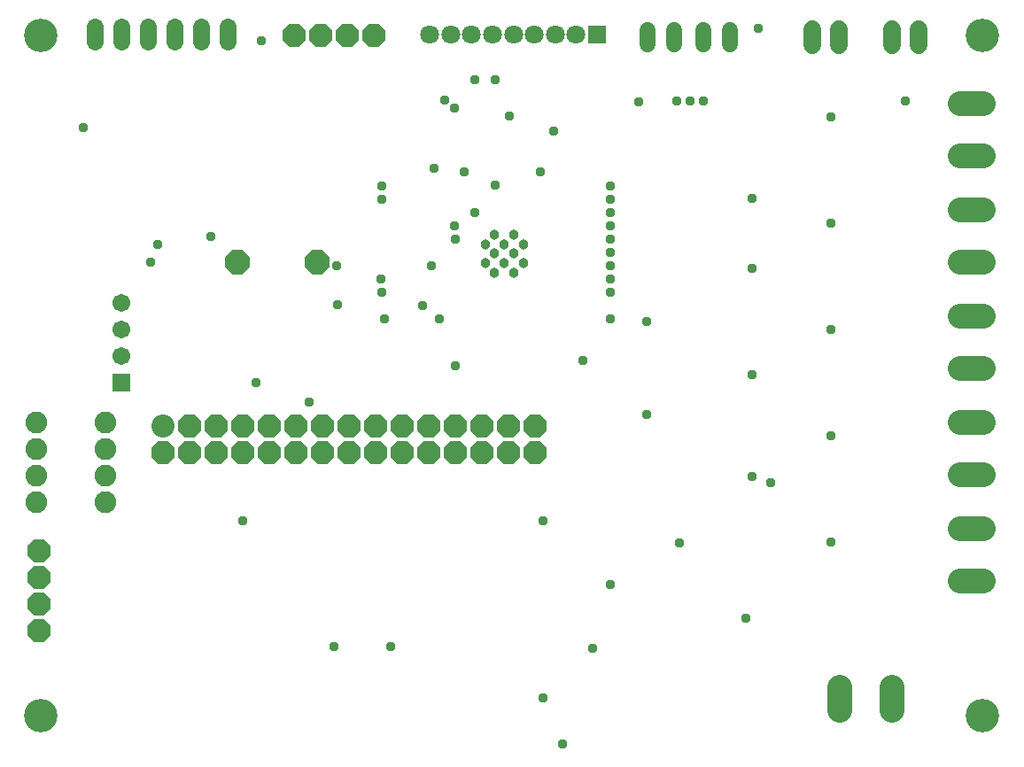
<source format=gbs>
G04 EAGLE Gerber RS-274X export*
G75*
%MOMM*%
%FSLAX34Y34*%
%LPD*%
%INSoldermask Bottom*%
%IPPOS*%
%AMOC8*
5,1,8,0,0,1.08239X$1,22.5*%
G01*
%ADD10C,3.203200*%
%ADD11C,2.387600*%
%ADD12R,1.803200X1.803200*%
%ADD13C,1.803200*%
%ADD14C,1.711200*%
%ADD15P,2.384722X8X112.500000*%
%ADD16C,1.524000*%
%ADD17P,2.556822X8X22.500000*%
%ADD18C,2.203200*%
%ADD19P,2.384722X8X22.500000*%
%ADD20R,1.711200X1.711200*%
%ADD21C,1.711200*%
%ADD22C,0.965200*%
%ADD23P,2.384722X8X202.500000*%
%ADD24C,1.625600*%
%ADD25C,2.082800*%
%ADD26C,0.959600*%


D10*
X50000Y50000D03*
X950000Y50000D03*
X950000Y700000D03*
X50000Y700000D03*
D11*
X813054Y76962D02*
X813054Y55118D01*
X863346Y55118D02*
X863346Y76962D01*
D12*
X581406Y700532D03*
D13*
X561406Y700532D03*
X541406Y700532D03*
X521406Y700532D03*
X501406Y700532D03*
X481406Y700532D03*
X461406Y700532D03*
X441406Y700532D03*
X421406Y700532D03*
D11*
X928878Y584454D02*
X950722Y584454D01*
X950722Y634746D02*
X928878Y634746D01*
D14*
X787400Y690960D02*
X787400Y706040D01*
X812800Y706040D02*
X812800Y690960D01*
D11*
X928878Y482854D02*
X950722Y482854D01*
X950722Y533146D02*
X928878Y533146D01*
D15*
X292100Y699770D03*
X317500Y699770D03*
X342900Y699770D03*
X368300Y699770D03*
D14*
X863600Y706040D02*
X863600Y690960D01*
X889000Y690960D02*
X889000Y706040D01*
D16*
X683260Y705104D02*
X683260Y691896D01*
X708660Y691896D02*
X708660Y705104D01*
X629920Y705104D02*
X629920Y691896D01*
X655320Y691896D02*
X655320Y705104D01*
D17*
X237490Y483616D03*
X313690Y483616D03*
D11*
X928878Y178054D02*
X950722Y178054D01*
X950722Y228346D02*
X928878Y228346D01*
X928878Y279654D02*
X950722Y279654D01*
X950722Y329946D02*
X928878Y329946D01*
X928878Y381254D02*
X950722Y381254D01*
X950722Y431546D02*
X928878Y431546D01*
D18*
X166370Y326898D03*
D19*
X166370Y301498D03*
X191770Y326898D03*
X191770Y301498D03*
X217170Y326898D03*
X217170Y301498D03*
X242570Y326898D03*
X242570Y301498D03*
X267970Y326898D03*
X267970Y301498D03*
X293370Y326898D03*
X293370Y301498D03*
X318770Y326898D03*
X318770Y301498D03*
X344170Y326898D03*
X344170Y301498D03*
X369570Y326898D03*
X369570Y301498D03*
X394970Y326898D03*
X394970Y301498D03*
X420370Y326898D03*
X420370Y301498D03*
X445770Y326898D03*
X445770Y301498D03*
X471170Y326898D03*
X471170Y301498D03*
X496570Y326898D03*
X496570Y301498D03*
X521970Y326898D03*
X521970Y301498D03*
D20*
X127000Y368300D03*
D21*
X127000Y393700D03*
X127000Y419100D03*
X127000Y444500D03*
D22*
X492600Y482105D03*
X510950Y482105D03*
X474250Y482105D03*
X510950Y500455D03*
X492600Y500455D03*
X474250Y500455D03*
X501775Y491280D03*
X483425Y491280D03*
X501775Y472930D03*
X483425Y472930D03*
X501775Y509630D03*
X483425Y509630D03*
D23*
X48006Y131318D03*
X48006Y156718D03*
X48006Y182118D03*
X48006Y207518D03*
D24*
X228600Y693928D02*
X228600Y708152D01*
X203200Y708152D02*
X203200Y693928D01*
X177800Y693928D02*
X177800Y708152D01*
X152400Y708152D02*
X152400Y693928D01*
X127000Y693928D02*
X127000Y708152D01*
X101600Y708152D02*
X101600Y693928D01*
D25*
X111760Y330200D03*
X111760Y304800D03*
X111760Y279400D03*
X111760Y254000D03*
X45720Y330200D03*
X45720Y304800D03*
X45720Y279400D03*
X45720Y254000D03*
D26*
X723392Y142748D03*
X729234Y543814D03*
X729234Y375412D03*
X567690Y389128D03*
X548640Y22860D03*
X729234Y477012D03*
X729234Y278638D03*
X876300Y637032D03*
X539750Y608330D03*
X260096Y694690D03*
X154432Y483616D03*
X735838Y706628D03*
X594360Y505460D03*
X660400Y214600D03*
X805180Y622300D03*
X805180Y520700D03*
X805180Y419100D03*
X805180Y317500D03*
X805180Y215900D03*
X529590Y235966D03*
X529590Y66294D03*
X594360Y429006D03*
X620776Y636270D03*
X242570Y235966D03*
X375412Y454406D03*
X255524Y368300D03*
X306070Y349504D03*
X374904Y467106D03*
X747268Y272034D03*
X594106Y175260D03*
X576938Y114300D03*
X384302Y116078D03*
X90170Y611632D03*
X329946Y116078D03*
X414528Y441452D03*
X333248Y442468D03*
X423164Y479552D03*
X332486Y479806D03*
X435864Y638330D03*
X430784Y429006D03*
X378206Y429006D03*
X497840Y623316D03*
X445516Y505460D03*
X445996Y384302D03*
X445008Y630936D03*
X445008Y518160D03*
X464312Y657352D03*
X464312Y530860D03*
X594360Y543560D03*
X594360Y556260D03*
X212598Y507492D03*
X161798Y500126D03*
X594360Y467360D03*
X594360Y454660D03*
X594360Y518160D03*
X628620Y337820D03*
X594360Y530860D03*
X628620Y426720D03*
X683260Y637540D03*
X594360Y480060D03*
X594360Y492760D03*
X657860Y637540D03*
X425450Y573278D03*
X670560Y637540D03*
X527050Y569722D03*
X454124Y569976D03*
X484124Y657352D03*
X484124Y556768D03*
X375438Y555980D03*
X375386Y543280D03*
M02*

</source>
